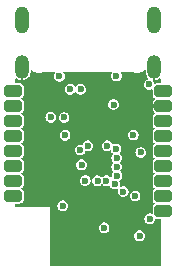
<source format=gbr>
%TF.GenerationSoftware,KiCad,Pcbnew,8.0.4-8.0.4-0~ubuntu24.04.1*%
%TF.CreationDate,2024-08-16T16:11:10+02:00*%
%TF.ProjectId,epi_ESP32 (2023_01_16 13_30_41 UTC),6570695f-4553-4503-9332-202832303233,1_1*%
%TF.SameCoordinates,Original*%
%TF.FileFunction,Copper,L2,Inr*%
%TF.FilePolarity,Positive*%
%FSLAX46Y46*%
G04 Gerber Fmt 4.6, Leading zero omitted, Abs format (unit mm)*
G04 Created by KiCad (PCBNEW 8.0.4-8.0.4-0~ubuntu24.04.1) date 2024-08-16 16:11:10*
%MOMM*%
%LPD*%
G01*
G04 APERTURE LIST*
G04 Aperture macros list*
%AMRoundRect*
0 Rectangle with rounded corners*
0 $1 Rounding radius*
0 $2 $3 $4 $5 $6 $7 $8 $9 X,Y pos of 4 corners*
0 Add a 4 corners polygon primitive as box body*
4,1,4,$2,$3,$4,$5,$6,$7,$8,$9,$2,$3,0*
0 Add four circle primitives for the rounded corners*
1,1,$1+$1,$2,$3*
1,1,$1+$1,$4,$5*
1,1,$1+$1,$6,$7*
1,1,$1+$1,$8,$9*
0 Add four rect primitives between the rounded corners*
20,1,$1+$1,$2,$3,$4,$5,0*
20,1,$1+$1,$4,$5,$6,$7,0*
20,1,$1+$1,$6,$7,$8,$9,0*
20,1,$1+$1,$8,$9,$2,$3,0*%
G04 Aperture macros list end*
%TA.AperFunction,ComponentPad*%
%ADD10RoundRect,0.250000X-0.500000X-0.250000X0.500000X-0.250000X0.500000X0.250000X-0.500000X0.250000X0*%
%TD*%
%TA.AperFunction,ComponentPad*%
%ADD11O,1.200000X2.000000*%
%TD*%
%TA.AperFunction,ComponentPad*%
%ADD12O,1.200000X2.300000*%
%TD*%
%TA.AperFunction,ViaPad*%
%ADD13C,0.600000*%
%TD*%
%TA.AperFunction,Conductor*%
%ADD14C,0.350000*%
%TD*%
G04 APERTURE END LIST*
D10*
%TO.N,+3.3V*%
%TO.C,J2*%
X110600000Y-57150000D03*
%TO.N,GND*%
X110600000Y-58420000D03*
%TO.N,VCC*%
X110600000Y-59690000D03*
%TO.N,EN*%
X110600000Y-60960000D03*
%TO.N,BOOT*%
X110600000Y-62230000D03*
%TO.N,IO10*%
X110600000Y-63500000D03*
%TO.N,IO8*%
X110600000Y-64770000D03*
%TO.N,IO7*%
X110600000Y-66040000D03*
%TO.N,IO6*%
X110600000Y-67310000D03*
%TD*%
D11*
%TO.N,GND*%
%TO.C,J3*%
X109840000Y-55105000D03*
D12*
X109840000Y-51105000D03*
D11*
X98640000Y-55105000D03*
D12*
X98640000Y-51105000D03*
%TD*%
D10*
%TO.N,U0TXD*%
%TO.C,J1*%
X97892518Y-57150000D03*
%TO.N,U0RXD*%
X97892518Y-58420000D03*
%TO.N,IO0*%
X97892518Y-59690000D03*
%TO.N,IO1*%
X97892518Y-60960000D03*
%TO.N,IO2*%
X97892518Y-62230000D03*
%TO.N,IO3*%
X97892518Y-63500000D03*
%TO.N,IO4*%
X97892518Y-64770000D03*
%TO.N,IO5*%
X97892518Y-66040000D03*
%TD*%
D13*
%TO.N,+5V*%
X109420036Y-56600000D03*
X106640000Y-55855000D03*
X101820036Y-55900000D03*
%TO.N,GND*%
X103440381Y-70363842D03*
X102606894Y-70731472D03*
X105500000Y-58999500D03*
X106099964Y-71700000D03*
X104520000Y-71700000D03*
X105920036Y-62600000D03*
X105220036Y-64000000D03*
X104520036Y-63300000D03*
X105220036Y-63300000D03*
X99514500Y-63585500D03*
X104234079Y-67300000D03*
X104520036Y-64000000D03*
X105220036Y-62600000D03*
X103720000Y-71700000D03*
X98975000Y-66700000D03*
X101320036Y-68300000D03*
X110100000Y-71700000D03*
X102758538Y-67339912D03*
X102120000Y-71700000D03*
X104520000Y-70600000D03*
X101700000Y-70741000D03*
X105320000Y-71700000D03*
X103957788Y-69623730D03*
X104234079Y-68104690D03*
X102776573Y-68313282D03*
X108499964Y-71700000D03*
X107420036Y-56500000D03*
X99756678Y-66700000D03*
X104239536Y-68900000D03*
X102000000Y-69599000D03*
X105920036Y-64000000D03*
X100700000Y-61400498D03*
X109299964Y-71700000D03*
X101320000Y-71700000D03*
X102820036Y-66500000D03*
X106899964Y-71700000D03*
X105920036Y-63300000D03*
X107699964Y-71700000D03*
X101320036Y-66710000D03*
X108748711Y-66823675D03*
X100538356Y-66700000D03*
X99100000Y-56500000D03*
X101320036Y-67500000D03*
X102700000Y-69100000D03*
X104520036Y-62600000D03*
X106920036Y-67000000D03*
X102920000Y-71700000D03*
X101320036Y-69100000D03*
%TO.N,+3.3V*%
X102209401Y-59390599D03*
X102100000Y-66870000D03*
X105600000Y-68720000D03*
X109473625Y-67967313D03*
X108070602Y-60868479D03*
%TO.N,IO0*%
X104000000Y-64731900D03*
%TO.N,IO1*%
X105051930Y-64749316D03*
%TO.N,IO2*%
X105801015Y-64750101D03*
%TO.N,IO3*%
X107220036Y-65666775D03*
%TO.N,D+*%
X102720036Y-57000000D03*
X103569842Y-62138692D03*
%TO.N,D-*%
X104232169Y-61787867D03*
X103620036Y-57000000D03*
%TO.N,IO4*%
X108223832Y-66040684D03*
%TO.N,IO8*%
X106607280Y-62061133D03*
%TO.N,IO5*%
X106694275Y-64312553D03*
%TO.N,EN*%
X106501815Y-65036924D03*
%TO.N,BOOT*%
X105851172Y-61779520D03*
X108600000Y-69400000D03*
%TO.N,U0TXD*%
X103700000Y-63400000D03*
%TO.N,U0RXD*%
X102299500Y-60900000D03*
%TO.N,IO7*%
X106669536Y-62808045D03*
%TO.N,IO6*%
X106669536Y-63557548D03*
%TO.N,VCC*%
X106400000Y-58300000D03*
X101083055Y-59373473D03*
%TO.N,IO10*%
X108713916Y-62357764D03*
%TD*%
D14*
%TO.N,GND*%
X109565036Y-58420000D02*
X110075036Y-58420000D01*
%TD*%
%TA.AperFunction,Conductor*%
%TO.N,GND*%
G36*
X109070519Y-55355354D02*
G01*
X109105140Y-55390006D01*
X109110000Y-55414471D01*
X109110000Y-55576901D01*
X109138052Y-55717928D01*
X109138053Y-55717930D01*
X109193082Y-55850782D01*
X109193086Y-55850790D01*
X109272971Y-55970347D01*
X109353865Y-56051241D01*
X109372610Y-56096496D01*
X109353865Y-56141751D01*
X109326641Y-56157904D01*
X109230965Y-56185996D01*
X109121987Y-56256032D01*
X109121985Y-56256034D01*
X109037154Y-56353936D01*
X109037152Y-56353939D01*
X108983339Y-56471771D01*
X108964903Y-56600000D01*
X108983339Y-56728228D01*
X109037152Y-56846060D01*
X109037154Y-56846063D01*
X109121987Y-56943967D01*
X109230967Y-57014004D01*
X109355264Y-57050500D01*
X109355265Y-57050500D01*
X109484807Y-57050500D01*
X109484808Y-57050500D01*
X109609105Y-57014004D01*
X109609105Y-57014003D01*
X109613498Y-57012714D01*
X109613851Y-57013918D01*
X109657853Y-57012337D01*
X109693711Y-57045708D01*
X109699500Y-57072307D01*
X109699500Y-57431516D01*
X109702507Y-57450500D01*
X109714354Y-57525304D01*
X109771950Y-57638342D01*
X109861658Y-57728050D01*
X109883124Y-57738987D01*
X109914936Y-57776234D01*
X109911094Y-57825067D01*
X109882179Y-57853509D01*
X109876137Y-57856462D01*
X109786462Y-57946137D01*
X109730762Y-58060073D01*
X109730760Y-58060078D01*
X109720000Y-58133938D01*
X109720000Y-58320000D01*
X110290331Y-58320000D01*
X110275000Y-58377213D01*
X110275000Y-58462787D01*
X110290331Y-58520000D01*
X109720001Y-58520000D01*
X109720001Y-58706054D01*
X109730762Y-58779927D01*
X109786462Y-58893862D01*
X109876137Y-58983537D01*
X109882174Y-58986488D01*
X109914600Y-59023203D01*
X109911568Y-59072092D01*
X109883126Y-59101011D01*
X109861659Y-59111949D01*
X109861658Y-59111949D01*
X109861658Y-59111950D01*
X109771950Y-59201658D01*
X109771948Y-59201660D01*
X109771948Y-59201661D01*
X109771947Y-59201662D01*
X109714356Y-59314690D01*
X109714353Y-59314697D01*
X109699500Y-59408483D01*
X109699500Y-59971516D01*
X109714353Y-60065300D01*
X109714354Y-60065304D01*
X109771950Y-60178342D01*
X109861658Y-60268050D01*
X109861660Y-60268051D01*
X109861661Y-60268052D01*
X109865736Y-60271013D01*
X109864986Y-60272043D01*
X109893324Y-60305225D01*
X109889480Y-60354057D01*
X109865236Y-60378300D01*
X109865736Y-60378987D01*
X109861661Y-60381948D01*
X109861660Y-60381948D01*
X109861658Y-60381950D01*
X109771950Y-60471658D01*
X109771948Y-60471660D01*
X109771947Y-60471662D01*
X109714356Y-60584690D01*
X109714353Y-60584697D01*
X109699500Y-60678483D01*
X109699500Y-61241516D01*
X109714353Y-61335300D01*
X109714356Y-61335308D01*
X109769686Y-61443900D01*
X109771950Y-61448342D01*
X109861658Y-61538050D01*
X109861660Y-61538051D01*
X109861661Y-61538052D01*
X109865736Y-61541013D01*
X109864986Y-61542043D01*
X109893324Y-61575225D01*
X109889480Y-61624057D01*
X109865236Y-61648300D01*
X109865736Y-61648987D01*
X109861661Y-61651948D01*
X109861660Y-61651948D01*
X109861658Y-61651950D01*
X109771950Y-61741658D01*
X109771948Y-61741660D01*
X109771947Y-61741662D01*
X109714356Y-61854690D01*
X109714353Y-61854697D01*
X109699500Y-61948483D01*
X109699500Y-62511516D01*
X109714120Y-62603827D01*
X109714354Y-62605304D01*
X109771950Y-62718342D01*
X109861658Y-62808050D01*
X109861660Y-62808051D01*
X109861661Y-62808052D01*
X109865736Y-62811013D01*
X109864986Y-62812043D01*
X109893324Y-62845225D01*
X109889480Y-62894057D01*
X109865236Y-62918300D01*
X109865736Y-62918987D01*
X109861661Y-62921948D01*
X109861660Y-62921948D01*
X109861658Y-62921950D01*
X109771950Y-63011658D01*
X109771948Y-63011660D01*
X109771947Y-63011662D01*
X109714356Y-63124690D01*
X109714353Y-63124697D01*
X109699500Y-63218483D01*
X109699500Y-63781516D01*
X109714353Y-63875300D01*
X109714356Y-63875308D01*
X109761883Y-63968586D01*
X109771950Y-63988342D01*
X109861658Y-64078050D01*
X109861660Y-64078051D01*
X109861661Y-64078052D01*
X109865736Y-64081013D01*
X109864986Y-64082043D01*
X109893324Y-64115225D01*
X109889480Y-64164057D01*
X109865236Y-64188300D01*
X109865736Y-64188987D01*
X109861661Y-64191948D01*
X109861660Y-64191948D01*
X109861658Y-64191950D01*
X109771950Y-64281658D01*
X109771948Y-64281660D01*
X109771947Y-64281662D01*
X109714356Y-64394690D01*
X109714353Y-64394697D01*
X109707055Y-64440779D01*
X109699919Y-64485839D01*
X109699500Y-64488483D01*
X109699500Y-65051516D01*
X109714353Y-65145300D01*
X109714356Y-65145308D01*
X109770467Y-65255433D01*
X109771950Y-65258342D01*
X109861658Y-65348050D01*
X109861660Y-65348051D01*
X109861661Y-65348052D01*
X109865736Y-65351013D01*
X109864986Y-65352043D01*
X109893324Y-65385225D01*
X109889480Y-65434057D01*
X109865236Y-65458300D01*
X109865736Y-65458987D01*
X109861661Y-65461948D01*
X109861660Y-65461948D01*
X109861658Y-65461950D01*
X109771950Y-65551658D01*
X109771948Y-65551660D01*
X109771947Y-65551662D01*
X109714356Y-65664690D01*
X109714353Y-65664697D01*
X109699500Y-65758483D01*
X109699500Y-66321516D01*
X109714353Y-66415300D01*
X109714356Y-66415308D01*
X109770773Y-66526033D01*
X109771950Y-66528342D01*
X109861658Y-66618050D01*
X109861660Y-66618051D01*
X109861661Y-66618052D01*
X109865736Y-66621013D01*
X109864986Y-66622043D01*
X109893324Y-66655225D01*
X109889480Y-66704057D01*
X109865236Y-66728300D01*
X109865736Y-66728987D01*
X109861661Y-66731948D01*
X109861660Y-66731948D01*
X109861658Y-66731950D01*
X109771950Y-66821658D01*
X109771948Y-66821660D01*
X109771947Y-66821662D01*
X109714356Y-66934690D01*
X109714353Y-66934697D01*
X109699500Y-67028483D01*
X109699500Y-67478622D01*
X109680755Y-67523877D01*
X109635500Y-67542622D01*
X109617470Y-67540030D01*
X109562455Y-67523877D01*
X109538397Y-67516813D01*
X109408853Y-67516813D01*
X109284556Y-67553309D01*
X109284554Y-67553309D01*
X109175576Y-67623345D01*
X109175574Y-67623347D01*
X109090743Y-67721249D01*
X109090741Y-67721252D01*
X109036928Y-67839084D01*
X109018492Y-67967313D01*
X109036928Y-68095541D01*
X109090741Y-68213373D01*
X109090743Y-68213376D01*
X109175576Y-68311280D01*
X109284556Y-68381317D01*
X109408853Y-68417813D01*
X109408854Y-68417813D01*
X109538396Y-68417813D01*
X109538397Y-68417813D01*
X109662694Y-68381317D01*
X109771674Y-68311280D01*
X109856507Y-68213376D01*
X109910322Y-68095539D01*
X109923587Y-68003272D01*
X109948582Y-67961147D01*
X109996044Y-67949033D01*
X109996896Y-67949162D01*
X110068481Y-67960500D01*
X110333186Y-67960499D01*
X110378441Y-67979244D01*
X110397186Y-68024464D01*
X110399354Y-71935465D01*
X110380634Y-71980730D01*
X110335389Y-71999500D01*
X101084036Y-71999500D01*
X101038781Y-71980755D01*
X101020036Y-71935500D01*
X101020036Y-69400000D01*
X108144867Y-69400000D01*
X108163303Y-69528228D01*
X108217116Y-69646060D01*
X108217118Y-69646063D01*
X108301951Y-69743967D01*
X108410931Y-69814004D01*
X108535228Y-69850500D01*
X108535229Y-69850500D01*
X108664771Y-69850500D01*
X108664772Y-69850500D01*
X108789069Y-69814004D01*
X108898049Y-69743967D01*
X108982882Y-69646063D01*
X109036697Y-69528226D01*
X109055133Y-69400000D01*
X109036697Y-69271774D01*
X108982882Y-69153937D01*
X108898049Y-69056033D01*
X108898048Y-69056032D01*
X108789069Y-68985996D01*
X108664772Y-68949500D01*
X108535228Y-68949500D01*
X108410931Y-68985996D01*
X108410929Y-68985996D01*
X108301951Y-69056032D01*
X108301949Y-69056034D01*
X108217118Y-69153936D01*
X108217116Y-69153939D01*
X108163303Y-69271771D01*
X108144867Y-69400000D01*
X101020036Y-69400000D01*
X101020036Y-68720000D01*
X105144867Y-68720000D01*
X105163303Y-68848228D01*
X105217116Y-68966060D01*
X105217118Y-68966063D01*
X105301951Y-69063967D01*
X105410931Y-69134004D01*
X105535228Y-69170500D01*
X105535229Y-69170500D01*
X105664771Y-69170500D01*
X105664772Y-69170500D01*
X105789069Y-69134004D01*
X105898049Y-69063967D01*
X105982882Y-68966063D01*
X106036697Y-68848226D01*
X106055133Y-68720000D01*
X106036697Y-68591774D01*
X105982882Y-68473937D01*
X105898049Y-68376033D01*
X105898048Y-68376032D01*
X105789069Y-68305996D01*
X105664772Y-68269500D01*
X105535228Y-68269500D01*
X105410931Y-68305996D01*
X105410929Y-68305996D01*
X105301951Y-68376032D01*
X105301949Y-68376034D01*
X105217118Y-68473936D01*
X105217116Y-68473939D01*
X105163303Y-68591771D01*
X105144867Y-68720000D01*
X101020036Y-68720000D01*
X101020036Y-67000000D01*
X98158067Y-67000000D01*
X98112812Y-66981255D01*
X98094067Y-66936018D01*
X98094048Y-66870000D01*
X101644867Y-66870000D01*
X101663303Y-66998228D01*
X101717116Y-67116060D01*
X101717118Y-67116063D01*
X101801951Y-67213967D01*
X101910931Y-67284004D01*
X102035228Y-67320500D01*
X102035229Y-67320500D01*
X102164771Y-67320500D01*
X102164772Y-67320500D01*
X102289069Y-67284004D01*
X102398049Y-67213967D01*
X102482882Y-67116063D01*
X102536697Y-66998226D01*
X102555133Y-66870000D01*
X102536697Y-66741774D01*
X102532210Y-66731950D01*
X102482883Y-66623939D01*
X102482881Y-66623936D01*
X102398050Y-66526034D01*
X102398048Y-66526032D01*
X102289069Y-66455996D01*
X102284611Y-66454687D01*
X102164772Y-66419500D01*
X102035228Y-66419500D01*
X101910931Y-66455996D01*
X101910929Y-66455996D01*
X101801951Y-66526032D01*
X101801949Y-66526034D01*
X101717118Y-66623936D01*
X101717116Y-66623939D01*
X101663303Y-66741771D01*
X101644867Y-66870000D01*
X98094048Y-66870000D01*
X98094016Y-66754517D01*
X98112748Y-66709257D01*
X98157998Y-66690499D01*
X98424035Y-66690499D01*
X98424036Y-66690499D01*
X98517822Y-66675646D01*
X98630856Y-66618052D01*
X98630857Y-66618052D01*
X98630857Y-66618051D01*
X98630860Y-66618050D01*
X98720568Y-66528342D01*
X98778164Y-66415304D01*
X98793018Y-66321519D01*
X98793017Y-65758482D01*
X98778164Y-65664696D01*
X98720568Y-65551658D01*
X98630860Y-65461950D01*
X98630857Y-65461948D01*
X98626782Y-65458987D01*
X98627531Y-65457955D01*
X98599195Y-65424781D01*
X98603035Y-65375948D01*
X98627281Y-65351701D01*
X98626782Y-65351013D01*
X98630857Y-65348052D01*
X98630857Y-65348051D01*
X98630860Y-65348050D01*
X98720568Y-65258342D01*
X98778164Y-65145304D01*
X98793018Y-65051519D01*
X98793017Y-64731900D01*
X103544867Y-64731900D01*
X103563303Y-64860128D01*
X103617116Y-64977960D01*
X103617118Y-64977963D01*
X103680853Y-65051519D01*
X103701951Y-65075867D01*
X103810931Y-65145904D01*
X103935228Y-65182400D01*
X103935229Y-65182400D01*
X104064771Y-65182400D01*
X104064772Y-65182400D01*
X104189069Y-65145904D01*
X104298049Y-65075867D01*
X104382882Y-64977963D01*
X104436697Y-64860126D01*
X104452629Y-64749316D01*
X104596797Y-64749316D01*
X104615233Y-64877544D01*
X104669046Y-64995376D01*
X104669048Y-64995379D01*
X104707096Y-65039290D01*
X104753881Y-65093283D01*
X104862861Y-65163320D01*
X104987158Y-65199816D01*
X104987159Y-65199816D01*
X105116701Y-65199816D01*
X105116702Y-65199816D01*
X105240999Y-65163320D01*
X105349979Y-65093283D01*
X105377763Y-65061216D01*
X105421565Y-65039290D01*
X105468042Y-65054758D01*
X105474500Y-65061216D01*
X105502966Y-65094068D01*
X105611946Y-65164105D01*
X105736243Y-65200601D01*
X105736244Y-65200601D01*
X105865786Y-65200601D01*
X105865787Y-65200601D01*
X105990084Y-65164105D01*
X105990086Y-65164103D01*
X105993556Y-65162519D01*
X106042508Y-65160769D01*
X106078360Y-65194147D01*
X106078360Y-65194148D01*
X106118931Y-65282984D01*
X106118933Y-65282987D01*
X106175309Y-65348050D01*
X106203766Y-65380891D01*
X106312746Y-65450928D01*
X106437043Y-65487424D01*
X106437044Y-65487424D01*
X106566586Y-65487424D01*
X106566587Y-65487424D01*
X106690884Y-65450928D01*
X106695020Y-65448269D01*
X106743224Y-65439571D01*
X106783461Y-65467506D01*
X106792160Y-65515711D01*
X106787839Y-65528694D01*
X106783339Y-65538546D01*
X106764903Y-65666775D01*
X106783339Y-65795003D01*
X106837152Y-65912835D01*
X106837154Y-65912838D01*
X106921987Y-66010742D01*
X107030967Y-66080779D01*
X107155264Y-66117275D01*
X107155265Y-66117275D01*
X107284807Y-66117275D01*
X107284808Y-66117275D01*
X107409105Y-66080779D01*
X107471494Y-66040684D01*
X107768699Y-66040684D01*
X107787135Y-66168912D01*
X107840948Y-66286744D01*
X107840950Y-66286747D01*
X107925783Y-66384651D01*
X108034763Y-66454688D01*
X108159060Y-66491184D01*
X108159061Y-66491184D01*
X108288603Y-66491184D01*
X108288604Y-66491184D01*
X108412901Y-66454688D01*
X108521881Y-66384651D01*
X108606714Y-66286747D01*
X108660529Y-66168910D01*
X108678965Y-66040684D01*
X108660529Y-65912458D01*
X108606888Y-65795003D01*
X108606715Y-65794623D01*
X108606713Y-65794620D01*
X108521882Y-65696718D01*
X108521880Y-65696716D01*
X108412901Y-65626680D01*
X108288604Y-65590184D01*
X108159060Y-65590184D01*
X108034763Y-65626680D01*
X108034761Y-65626680D01*
X107925783Y-65696716D01*
X107925781Y-65696718D01*
X107840950Y-65794620D01*
X107840948Y-65794623D01*
X107787135Y-65912455D01*
X107768699Y-66040684D01*
X107471494Y-66040684D01*
X107518085Y-66010742D01*
X107602918Y-65912838D01*
X107656733Y-65795001D01*
X107675169Y-65666775D01*
X107656733Y-65538549D01*
X107652232Y-65528694D01*
X107602919Y-65420714D01*
X107602917Y-65420711D01*
X107518086Y-65322809D01*
X107518084Y-65322807D01*
X107409105Y-65252771D01*
X107352613Y-65236184D01*
X107284808Y-65216275D01*
X107155264Y-65216275D01*
X107087459Y-65236184D01*
X107030967Y-65252771D01*
X107030963Y-65252773D01*
X107026823Y-65255433D01*
X106978617Y-65264125D01*
X106938384Y-65236184D01*
X106929692Y-65187978D01*
X106934010Y-65175007D01*
X106938512Y-65165150D01*
X106956948Y-65036924D01*
X106938512Y-64908698D01*
X106924284Y-64877544D01*
X106884724Y-64790920D01*
X106882975Y-64741968D01*
X106908337Y-64710494D01*
X106992324Y-64656520D01*
X107077157Y-64558616D01*
X107130972Y-64440779D01*
X107149408Y-64312553D01*
X107130972Y-64184327D01*
X107077157Y-64066490D01*
X107041425Y-64025253D01*
X106989327Y-63965127D01*
X106990622Y-63964004D01*
X106971441Y-63925693D01*
X106986906Y-63879216D01*
X107052418Y-63803611D01*
X107106233Y-63685774D01*
X107124669Y-63557548D01*
X107106233Y-63429322D01*
X107052418Y-63311485D01*
X106977226Y-63224707D01*
X106961757Y-63178230D01*
X106977226Y-63140885D01*
X106991259Y-63124690D01*
X107052418Y-63054108D01*
X107106233Y-62936271D01*
X107124669Y-62808045D01*
X107106233Y-62679819D01*
X107052418Y-62561982D01*
X106967585Y-62464078D01*
X106967582Y-62464075D01*
X106956904Y-62457213D01*
X106928968Y-62416977D01*
X106937667Y-62368772D01*
X106943126Y-62361478D01*
X106946344Y-62357764D01*
X108258783Y-62357764D01*
X108277219Y-62485992D01*
X108331032Y-62603824D01*
X108331034Y-62603827D01*
X108415867Y-62701731D01*
X108524847Y-62771768D01*
X108649144Y-62808264D01*
X108649145Y-62808264D01*
X108778687Y-62808264D01*
X108778688Y-62808264D01*
X108902985Y-62771768D01*
X109011965Y-62701731D01*
X109096798Y-62603827D01*
X109150613Y-62485990D01*
X109169049Y-62357764D01*
X109150613Y-62229538D01*
X109148628Y-62225192D01*
X109096799Y-62111703D01*
X109096797Y-62111700D01*
X109011966Y-62013798D01*
X109011964Y-62013796D01*
X108902985Y-61943760D01*
X108808764Y-61916095D01*
X108778688Y-61907264D01*
X108649144Y-61907264D01*
X108524847Y-61943760D01*
X108524845Y-61943760D01*
X108415867Y-62013796D01*
X108415865Y-62013798D01*
X108331034Y-62111700D01*
X108331032Y-62111703D01*
X108277219Y-62229535D01*
X108258783Y-62357764D01*
X106946344Y-62357764D01*
X106990162Y-62307196D01*
X107043977Y-62189359D01*
X107062413Y-62061133D01*
X107043977Y-61932907D01*
X107036298Y-61916093D01*
X106990163Y-61815072D01*
X106990161Y-61815069D01*
X106905330Y-61717167D01*
X106905328Y-61717165D01*
X106796349Y-61647129D01*
X106791305Y-61645648D01*
X106672052Y-61610633D01*
X106542508Y-61610633D01*
X106418211Y-61647129D01*
X106418210Y-61647129D01*
X106378106Y-61672902D01*
X106329901Y-61681598D01*
X106289665Y-61653661D01*
X106285293Y-61645653D01*
X106253129Y-61575225D01*
X106234055Y-61533458D01*
X106234053Y-61533456D01*
X106149222Y-61435554D01*
X106149220Y-61435552D01*
X106040241Y-61365516D01*
X105989100Y-61350500D01*
X105915944Y-61329020D01*
X105786400Y-61329020D01*
X105662103Y-61365516D01*
X105662101Y-61365516D01*
X105553123Y-61435552D01*
X105553121Y-61435554D01*
X105468290Y-61533456D01*
X105468288Y-61533459D01*
X105414475Y-61651291D01*
X105396039Y-61779520D01*
X105414475Y-61907748D01*
X105468288Y-62025580D01*
X105468290Y-62025583D01*
X105542923Y-62111716D01*
X105553123Y-62123487D01*
X105662103Y-62193524D01*
X105786400Y-62230020D01*
X105786401Y-62230020D01*
X105915943Y-62230020D01*
X105915944Y-62230020D01*
X106040241Y-62193524D01*
X106080344Y-62167750D01*
X106128549Y-62159053D01*
X106168785Y-62186990D01*
X106173161Y-62195004D01*
X106224396Y-62307193D01*
X106224398Y-62307196D01*
X106309229Y-62405098D01*
X106309233Y-62405102D01*
X106319908Y-62411962D01*
X106347845Y-62452198D01*
X106339149Y-62500403D01*
X106333677Y-62507713D01*
X106286654Y-62561981D01*
X106286652Y-62561984D01*
X106232839Y-62679816D01*
X106214403Y-62808045D01*
X106232839Y-62936273D01*
X106286652Y-63054105D01*
X106286654Y-63054108D01*
X106361845Y-63140885D01*
X106377314Y-63187362D01*
X106361846Y-63224706D01*
X106286654Y-63311484D01*
X106286652Y-63311487D01*
X106232839Y-63429319D01*
X106214403Y-63557548D01*
X106232839Y-63685776D01*
X106286652Y-63803608D01*
X106286654Y-63803611D01*
X106374484Y-63904974D01*
X106373190Y-63906095D01*
X106392368Y-63944418D01*
X106376900Y-63990888D01*
X106311393Y-64066489D01*
X106311391Y-64066492D01*
X106257578Y-64184324D01*
X106239142Y-64312553D01*
X106252121Y-64402825D01*
X106240006Y-64450287D01*
X106197880Y-64475282D01*
X106150418Y-64463167D01*
X106140403Y-64453843D01*
X106132443Y-64444657D01*
X106099064Y-64406134D01*
X106099063Y-64406133D01*
X105990084Y-64336097D01*
X105987410Y-64335312D01*
X105865787Y-64299601D01*
X105736243Y-64299601D01*
X105611946Y-64336097D01*
X105611944Y-64336097D01*
X105502970Y-64406130D01*
X105502964Y-64406135D01*
X105475180Y-64438200D01*
X105431377Y-64460126D01*
X105384901Y-64444657D01*
X105378444Y-64438199D01*
X105349983Y-64405353D01*
X105349978Y-64405348D01*
X105240999Y-64335312D01*
X105181684Y-64317896D01*
X105116702Y-64298816D01*
X104987158Y-64298816D01*
X104862861Y-64335312D01*
X104862859Y-64335312D01*
X104753881Y-64405348D01*
X104753879Y-64405350D01*
X104669048Y-64503252D01*
X104669046Y-64503255D01*
X104615233Y-64621087D01*
X104596797Y-64749316D01*
X104452629Y-64749316D01*
X104455133Y-64731900D01*
X104436697Y-64603674D01*
X104416119Y-64558616D01*
X104382883Y-64485839D01*
X104382881Y-64485836D01*
X104298050Y-64387934D01*
X104298048Y-64387932D01*
X104189069Y-64317896D01*
X104126760Y-64299601D01*
X104064772Y-64281400D01*
X103935228Y-64281400D01*
X103810931Y-64317896D01*
X103810929Y-64317896D01*
X103701951Y-64387932D01*
X103701949Y-64387934D01*
X103617118Y-64485836D01*
X103617116Y-64485839D01*
X103563303Y-64603671D01*
X103544867Y-64731900D01*
X98793017Y-64731900D01*
X98793017Y-64488482D01*
X98778164Y-64394696D01*
X98720568Y-64281658D01*
X98630860Y-64191950D01*
X98630857Y-64191948D01*
X98626782Y-64188987D01*
X98627531Y-64187955D01*
X98599195Y-64154781D01*
X98603035Y-64105948D01*
X98627281Y-64081701D01*
X98626782Y-64081013D01*
X98630857Y-64078052D01*
X98630857Y-64078051D01*
X98630860Y-64078050D01*
X98720568Y-63988342D01*
X98778164Y-63875304D01*
X98793018Y-63781519D01*
X98793017Y-63400000D01*
X103244867Y-63400000D01*
X103263303Y-63528228D01*
X103317116Y-63646060D01*
X103317118Y-63646063D01*
X103401951Y-63743967D01*
X103510931Y-63814004D01*
X103635228Y-63850500D01*
X103635229Y-63850500D01*
X103764771Y-63850500D01*
X103764772Y-63850500D01*
X103889069Y-63814004D01*
X103998049Y-63743967D01*
X104082882Y-63646063D01*
X104136697Y-63528226D01*
X104155133Y-63400000D01*
X104136697Y-63271774D01*
X104093976Y-63178230D01*
X104082883Y-63153939D01*
X104082881Y-63153936D01*
X104071572Y-63140885D01*
X103998049Y-63056033D01*
X103998048Y-63056032D01*
X103889069Y-62985996D01*
X103764772Y-62949500D01*
X103635228Y-62949500D01*
X103510931Y-62985996D01*
X103510929Y-62985996D01*
X103401951Y-63056032D01*
X103401949Y-63056034D01*
X103317118Y-63153936D01*
X103317116Y-63153939D01*
X103263303Y-63271771D01*
X103244867Y-63400000D01*
X98793017Y-63400000D01*
X98793017Y-63218482D01*
X98778164Y-63124696D01*
X98720568Y-63011658D01*
X98630860Y-62921950D01*
X98630857Y-62921948D01*
X98626782Y-62918987D01*
X98627531Y-62917955D01*
X98599195Y-62884781D01*
X98603035Y-62835948D01*
X98627281Y-62811701D01*
X98626782Y-62811013D01*
X98630857Y-62808052D01*
X98630857Y-62808051D01*
X98630860Y-62808050D01*
X98720568Y-62718342D01*
X98778164Y-62605304D01*
X98793018Y-62511519D01*
X98793017Y-62138692D01*
X103114709Y-62138692D01*
X103133145Y-62266920D01*
X103186958Y-62384752D01*
X103186960Y-62384755D01*
X103255693Y-62464079D01*
X103271793Y-62482659D01*
X103380773Y-62552696D01*
X103505070Y-62589192D01*
X103505071Y-62589192D01*
X103634613Y-62589192D01*
X103634614Y-62589192D01*
X103758911Y-62552696D01*
X103867891Y-62482659D01*
X103952724Y-62384755D01*
X104006539Y-62266918D01*
X104006539Y-62266913D01*
X104007828Y-62262528D01*
X104009102Y-62262902D01*
X104031468Y-62225192D01*
X104078928Y-62213071D01*
X104087851Y-62215011D01*
X104167397Y-62238367D01*
X104167399Y-62238367D01*
X104296940Y-62238367D01*
X104296941Y-62238367D01*
X104421238Y-62201871D01*
X104530218Y-62131834D01*
X104615051Y-62033930D01*
X104668866Y-61916093D01*
X104687302Y-61787867D01*
X104668866Y-61659641D01*
X104664000Y-61648987D01*
X104615052Y-61541806D01*
X104615050Y-61541803D01*
X104614365Y-61541013D01*
X104530218Y-61443900D01*
X104530217Y-61443899D01*
X104421238Y-61373863D01*
X104392810Y-61365516D01*
X104296941Y-61337367D01*
X104167397Y-61337367D01*
X104043100Y-61373863D01*
X104043098Y-61373863D01*
X103934120Y-61443899D01*
X103934118Y-61443901D01*
X103849287Y-61541803D01*
X103849285Y-61541806D01*
X103795472Y-61659639D01*
X103794183Y-61664031D01*
X103792913Y-61663658D01*
X103770528Y-61701376D01*
X103723065Y-61713485D01*
X103714150Y-61711545D01*
X103673570Y-61699630D01*
X103634614Y-61688192D01*
X103505070Y-61688192D01*
X103380773Y-61724688D01*
X103380771Y-61724688D01*
X103271793Y-61794724D01*
X103271791Y-61794726D01*
X103186960Y-61892628D01*
X103186958Y-61892631D01*
X103133145Y-62010463D01*
X103114709Y-62138692D01*
X98793017Y-62138692D01*
X98793017Y-61948482D01*
X98778164Y-61854696D01*
X98720568Y-61741658D01*
X98630860Y-61651950D01*
X98630857Y-61651948D01*
X98626782Y-61648987D01*
X98627531Y-61647955D01*
X98599195Y-61614781D01*
X98603035Y-61565948D01*
X98627281Y-61541701D01*
X98626782Y-61541013D01*
X98630857Y-61538052D01*
X98630857Y-61538051D01*
X98630860Y-61538050D01*
X98720568Y-61448342D01*
X98778164Y-61335304D01*
X98793018Y-61241519D01*
X98793017Y-60900000D01*
X101844367Y-60900000D01*
X101862803Y-61028228D01*
X101916616Y-61146060D01*
X101916618Y-61146063D01*
X101974136Y-61212444D01*
X102001451Y-61243967D01*
X102110431Y-61314004D01*
X102234728Y-61350500D01*
X102234729Y-61350500D01*
X102364271Y-61350500D01*
X102364272Y-61350500D01*
X102488569Y-61314004D01*
X102597549Y-61243967D01*
X102682382Y-61146063D01*
X102736197Y-61028226D01*
X102754633Y-60900000D01*
X102750101Y-60868479D01*
X107615469Y-60868479D01*
X107633905Y-60996707D01*
X107687718Y-61114539D01*
X107687720Y-61114542D01*
X107772553Y-61212446D01*
X107881533Y-61282483D01*
X108005830Y-61318979D01*
X108005831Y-61318979D01*
X108135373Y-61318979D01*
X108135374Y-61318979D01*
X108259671Y-61282483D01*
X108368651Y-61212446D01*
X108453484Y-61114542D01*
X108507299Y-60996705D01*
X108525735Y-60868479D01*
X108507299Y-60740253D01*
X108479088Y-60678481D01*
X108453485Y-60622418D01*
X108453483Y-60622415D01*
X108368652Y-60524513D01*
X108368650Y-60524511D01*
X108259671Y-60454475D01*
X108242727Y-60449500D01*
X108135374Y-60417979D01*
X108005830Y-60417979D01*
X107881533Y-60454475D01*
X107881531Y-60454475D01*
X107772553Y-60524511D01*
X107772551Y-60524513D01*
X107687720Y-60622415D01*
X107687718Y-60622418D01*
X107633905Y-60740250D01*
X107615469Y-60868479D01*
X102750101Y-60868479D01*
X102736197Y-60771774D01*
X102721800Y-60740250D01*
X102682383Y-60653939D01*
X102682381Y-60653936D01*
X102597550Y-60556034D01*
X102597548Y-60556032D01*
X102488569Y-60485996D01*
X102364272Y-60449500D01*
X102234728Y-60449500D01*
X102110431Y-60485996D01*
X102110429Y-60485996D01*
X102001451Y-60556032D01*
X102001449Y-60556034D01*
X101916618Y-60653936D01*
X101916616Y-60653939D01*
X101862803Y-60771771D01*
X101844367Y-60900000D01*
X98793017Y-60900000D01*
X98793017Y-60678482D01*
X98778164Y-60584696D01*
X98720568Y-60471658D01*
X98630860Y-60381950D01*
X98630857Y-60381948D01*
X98626782Y-60378987D01*
X98627531Y-60377955D01*
X98599195Y-60344781D01*
X98603035Y-60295948D01*
X98627281Y-60271701D01*
X98626782Y-60271013D01*
X98630857Y-60268052D01*
X98630857Y-60268051D01*
X98630860Y-60268050D01*
X98720568Y-60178342D01*
X98778164Y-60065304D01*
X98793018Y-59971519D01*
X98793017Y-59408482D01*
X98787473Y-59373473D01*
X100627922Y-59373473D01*
X100646358Y-59501701D01*
X100700171Y-59619533D01*
X100700173Y-59619536D01*
X100715012Y-59636662D01*
X100785006Y-59717440D01*
X100893986Y-59787477D01*
X101018283Y-59823973D01*
X101018284Y-59823973D01*
X101147826Y-59823973D01*
X101147827Y-59823973D01*
X101272124Y-59787477D01*
X101381104Y-59717440D01*
X101465937Y-59619536D01*
X101519752Y-59501699D01*
X101535726Y-59390599D01*
X101754268Y-59390599D01*
X101772704Y-59518827D01*
X101826517Y-59636659D01*
X101826519Y-59636662D01*
X101911352Y-59734566D01*
X102020332Y-59804603D01*
X102144629Y-59841099D01*
X102144630Y-59841099D01*
X102274172Y-59841099D01*
X102274173Y-59841099D01*
X102398470Y-59804603D01*
X102507450Y-59734566D01*
X102592283Y-59636662D01*
X102646098Y-59518825D01*
X102664534Y-59390599D01*
X102646098Y-59262373D01*
X102638275Y-59245244D01*
X102592284Y-59144538D01*
X102592282Y-59144535D01*
X102564047Y-59111950D01*
X102507450Y-59046632D01*
X102507449Y-59046631D01*
X102398470Y-58976595D01*
X102274173Y-58940099D01*
X102144629Y-58940099D01*
X102020332Y-58976595D01*
X102020330Y-58976595D01*
X101911352Y-59046631D01*
X101911350Y-59046633D01*
X101826519Y-59144535D01*
X101826517Y-59144538D01*
X101772704Y-59262370D01*
X101754268Y-59390599D01*
X101535726Y-59390599D01*
X101538188Y-59373473D01*
X101519752Y-59245247D01*
X101499845Y-59201658D01*
X101465938Y-59127412D01*
X101465936Y-59127409D01*
X101381105Y-59029507D01*
X101381103Y-59029505D01*
X101272124Y-58959469D01*
X101206154Y-58940099D01*
X101147827Y-58922973D01*
X101018283Y-58922973D01*
X100893986Y-58959469D01*
X100893984Y-58959469D01*
X100785006Y-59029505D01*
X100785004Y-59029507D01*
X100700173Y-59127409D01*
X100700171Y-59127412D01*
X100646358Y-59245244D01*
X100627922Y-59373473D01*
X98787473Y-59373473D01*
X98778164Y-59314696D01*
X98720568Y-59201658D01*
X98630860Y-59111950D01*
X98630857Y-59111948D01*
X98626782Y-59108987D01*
X98627531Y-59107955D01*
X98599195Y-59074781D01*
X98603035Y-59025948D01*
X98627281Y-59001701D01*
X98626782Y-59001013D01*
X98630857Y-58998052D01*
X98630857Y-58998051D01*
X98630860Y-58998050D01*
X98720568Y-58908342D01*
X98778164Y-58795304D01*
X98793018Y-58701519D01*
X98793017Y-58300000D01*
X105944867Y-58300000D01*
X105963303Y-58428228D01*
X106017116Y-58546060D01*
X106017118Y-58546063D01*
X106101951Y-58643967D01*
X106210931Y-58714004D01*
X106335228Y-58750500D01*
X106335229Y-58750500D01*
X106464771Y-58750500D01*
X106464772Y-58750500D01*
X106589069Y-58714004D01*
X106698049Y-58643967D01*
X106782882Y-58546063D01*
X106836697Y-58428226D01*
X106855133Y-58300000D01*
X106836697Y-58171774D01*
X106821493Y-58138483D01*
X106782883Y-58053939D01*
X106782881Y-58053936D01*
X106698050Y-57956034D01*
X106698048Y-57956032D01*
X106589069Y-57885996D01*
X106464772Y-57849500D01*
X106335228Y-57849500D01*
X106210931Y-57885996D01*
X106210929Y-57885996D01*
X106101951Y-57956032D01*
X106101949Y-57956034D01*
X106017118Y-58053936D01*
X106017116Y-58053939D01*
X105963303Y-58171771D01*
X105944867Y-58300000D01*
X98793017Y-58300000D01*
X98793017Y-58138482D01*
X98778164Y-58044696D01*
X98720568Y-57931658D01*
X98630860Y-57841950D01*
X98630857Y-57841948D01*
X98626782Y-57838987D01*
X98627531Y-57837955D01*
X98599195Y-57804781D01*
X98603035Y-57755948D01*
X98627281Y-57731701D01*
X98626782Y-57731013D01*
X98630857Y-57728052D01*
X98630857Y-57728051D01*
X98630860Y-57728050D01*
X98720568Y-57638342D01*
X98778164Y-57525304D01*
X98793018Y-57431519D01*
X98793017Y-57000000D01*
X102264903Y-57000000D01*
X102283339Y-57128228D01*
X102337152Y-57246060D01*
X102337154Y-57246063D01*
X102421987Y-57343967D01*
X102530967Y-57414004D01*
X102655264Y-57450500D01*
X102655265Y-57450500D01*
X102784807Y-57450500D01*
X102784808Y-57450500D01*
X102909105Y-57414004D01*
X103018085Y-57343967D01*
X103102918Y-57246063D01*
X103111820Y-57226571D01*
X103147671Y-57193193D01*
X103196623Y-57194942D01*
X103228252Y-57226571D01*
X103237152Y-57246060D01*
X103237154Y-57246063D01*
X103321987Y-57343967D01*
X103430967Y-57414004D01*
X103555264Y-57450500D01*
X103555265Y-57450500D01*
X103684807Y-57450500D01*
X103684808Y-57450500D01*
X103809105Y-57414004D01*
X103918085Y-57343967D01*
X104002918Y-57246063D01*
X104056733Y-57128226D01*
X104075169Y-57000000D01*
X104056733Y-56871774D01*
X104012398Y-56774696D01*
X104002919Y-56753939D01*
X104002917Y-56753936D01*
X103918086Y-56656034D01*
X103918084Y-56656032D01*
X103809105Y-56585996D01*
X103684808Y-56549500D01*
X103555264Y-56549500D01*
X103430967Y-56585996D01*
X103430965Y-56585996D01*
X103321987Y-56656032D01*
X103321985Y-56656034D01*
X103237154Y-56753936D01*
X103237154Y-56753937D01*
X103228252Y-56773429D01*
X103192400Y-56806806D01*
X103143448Y-56805057D01*
X103111820Y-56773429D01*
X103110366Y-56770246D01*
X103102918Y-56753937D01*
X103060501Y-56704985D01*
X103018086Y-56656034D01*
X103018084Y-56656032D01*
X102909105Y-56585996D01*
X102784808Y-56549500D01*
X102655264Y-56549500D01*
X102530967Y-56585996D01*
X102530965Y-56585996D01*
X102421987Y-56656032D01*
X102421985Y-56656034D01*
X102337154Y-56753936D01*
X102337152Y-56753939D01*
X102283339Y-56871771D01*
X102264903Y-57000000D01*
X98793017Y-57000000D01*
X98793017Y-56868482D01*
X98778164Y-56774696D01*
X98720568Y-56661658D01*
X98630860Y-56571950D01*
X98630857Y-56571948D01*
X98630855Y-56571947D01*
X98517827Y-56514356D01*
X98517820Y-56514353D01*
X98462503Y-56505592D01*
X98424037Y-56499500D01*
X98424034Y-56499500D01*
X98155137Y-56499500D01*
X98109882Y-56480755D01*
X98091137Y-56435518D01*
X98091099Y-56299365D01*
X98091053Y-56135920D01*
X98109785Y-56090662D01*
X98155035Y-56071904D01*
X98190610Y-56082690D01*
X98294214Y-56151916D01*
X98294217Y-56151917D01*
X98427069Y-56206946D01*
X98427071Y-56206947D01*
X98539999Y-56229410D01*
X98540000Y-56229410D01*
X98540000Y-55788788D01*
X98600504Y-55805000D01*
X98679496Y-55805000D01*
X98740000Y-55788788D01*
X98740000Y-56229410D01*
X98852928Y-56206947D01*
X98852930Y-56206946D01*
X98985782Y-56151917D01*
X98985790Y-56151913D01*
X99105347Y-56072028D01*
X99207028Y-55970347D01*
X99286913Y-55850790D01*
X99286917Y-55850782D01*
X99341946Y-55717930D01*
X99341947Y-55717928D01*
X99370000Y-55576901D01*
X99370000Y-55429998D01*
X99388745Y-55384743D01*
X99434000Y-55365998D01*
X99479255Y-55384743D01*
X99493137Y-55405527D01*
X99502755Y-55428770D01*
X99502880Y-55428957D01*
X99502883Y-55428960D01*
X99502884Y-55428961D01*
X99531055Y-55457086D01*
X99559132Y-55485184D01*
X99559329Y-55485315D01*
X99559330Y-55485315D01*
X99559332Y-55485317D01*
X99595988Y-55500465D01*
X99596045Y-55500522D01*
X99596057Y-55500494D01*
X99632811Y-55515733D01*
X99632812Y-55515733D01*
X99632814Y-55515734D01*
X99632816Y-55515734D01*
X99633039Y-55515778D01*
X99633043Y-55515778D01*
X99633049Y-55515781D01*
X99661550Y-55515757D01*
X99697158Y-55526542D01*
X99771873Y-55576465D01*
X99771874Y-55576465D01*
X99771875Y-55576466D01*
X99785467Y-55582096D01*
X99890256Y-55625501D01*
X99890259Y-55625501D01*
X99890260Y-55625502D01*
X100015928Y-55650500D01*
X100015931Y-55650500D01*
X100144072Y-55650500D01*
X100269739Y-55625502D01*
X100269739Y-55625501D01*
X100269744Y-55625501D01*
X100388127Y-55576465D01*
X100462416Y-55526826D01*
X100497989Y-55516041D01*
X101416239Y-55516369D01*
X101461487Y-55535130D01*
X101480216Y-55580392D01*
X101464585Y-55622279D01*
X101437154Y-55653936D01*
X101437152Y-55653939D01*
X101383339Y-55771771D01*
X101364903Y-55900000D01*
X101383339Y-56028228D01*
X101437152Y-56146060D01*
X101437154Y-56146063D01*
X101489908Y-56206946D01*
X101521987Y-56243967D01*
X101630967Y-56314004D01*
X101755264Y-56350500D01*
X101755265Y-56350500D01*
X101884807Y-56350500D01*
X101884808Y-56350500D01*
X102009105Y-56314004D01*
X102118085Y-56243967D01*
X102202918Y-56146063D01*
X102256733Y-56028226D01*
X102275169Y-55900000D01*
X102256733Y-55771774D01*
X102202918Y-55653937D01*
X102175735Y-55622566D01*
X102160267Y-55576090D01*
X102182193Y-55532288D01*
X102224125Y-55516656D01*
X106199051Y-55518073D01*
X106244299Y-55536834D01*
X106263028Y-55582096D01*
X106257244Y-55608660D01*
X106203303Y-55726771D01*
X106184867Y-55855000D01*
X106203303Y-55983228D01*
X106257116Y-56101060D01*
X106257118Y-56101063D01*
X106301182Y-56151917D01*
X106341951Y-56198967D01*
X106450931Y-56269004D01*
X106575228Y-56305500D01*
X106575229Y-56305500D01*
X106704771Y-56305500D01*
X106704772Y-56305500D01*
X106829069Y-56269004D01*
X106938049Y-56198967D01*
X107022882Y-56101063D01*
X107076697Y-55983226D01*
X107095133Y-55855000D01*
X107076697Y-55726774D01*
X107041863Y-55650500D01*
X107022899Y-55608974D01*
X107021150Y-55560022D01*
X107054528Y-55524171D01*
X107081134Y-55518387D01*
X107986045Y-55518710D01*
X108021578Y-55529496D01*
X108091872Y-55576465D01*
X108105467Y-55582096D01*
X108210256Y-55625501D01*
X108210259Y-55625501D01*
X108210260Y-55625502D01*
X108335928Y-55650500D01*
X108335931Y-55650500D01*
X108464072Y-55650500D01*
X108589739Y-55625502D01*
X108589739Y-55625501D01*
X108589744Y-55625501D01*
X108708127Y-55576465D01*
X108777979Y-55529790D01*
X108813558Y-55519005D01*
X108839269Y-55519015D01*
X108839271Y-55519013D01*
X108839273Y-55519014D01*
X108839500Y-55518969D01*
X108839502Y-55518968D01*
X108839504Y-55518968D01*
X108876114Y-55503768D01*
X108876185Y-55503739D01*
X108893556Y-55496550D01*
X108912972Y-55488517D01*
X108912976Y-55488512D01*
X108913146Y-55488400D01*
X108913167Y-55488385D01*
X108913171Y-55488384D01*
X108916366Y-55485184D01*
X108941086Y-55460423D01*
X108941100Y-55460437D01*
X108941120Y-55460387D01*
X108969394Y-55432136D01*
X108969397Y-55432128D01*
X108969474Y-55432014D01*
X108969520Y-55431942D01*
X108969527Y-55431936D01*
X108984704Y-55395209D01*
X108984704Y-55395208D01*
X108984718Y-55395213D01*
X108984733Y-55395137D01*
X108986884Y-55389950D01*
X109021535Y-55355331D01*
X109070519Y-55355354D01*
G37*
%TD.AperFunction*%
%TA.AperFunction,Conductor*%
G36*
X109940000Y-56229410D02*
G01*
X110052928Y-56206947D01*
X110052930Y-56206946D01*
X110185782Y-56151917D01*
X110185790Y-56151913D01*
X110291042Y-56081587D01*
X110339084Y-56072031D01*
X110379812Y-56099245D01*
X110390598Y-56134765D01*
X110390765Y-56435464D01*
X110372045Y-56480730D01*
X110326801Y-56499500D01*
X110068483Y-56499500D01*
X109974699Y-56514353D01*
X109974696Y-56514354D01*
X109950165Y-56526853D01*
X109901333Y-56530695D01*
X109864086Y-56498883D01*
X109857763Y-56478938D01*
X109856733Y-56471774D01*
X109840175Y-56435518D01*
X109802919Y-56353939D01*
X109802917Y-56353936D01*
X109755632Y-56299365D01*
X109740000Y-56257454D01*
X109740000Y-55788788D01*
X109800504Y-55805000D01*
X109879496Y-55805000D01*
X109940000Y-55788788D01*
X109940000Y-56229410D01*
G37*
%TD.AperFunction*%
%TD*%
M02*

</source>
